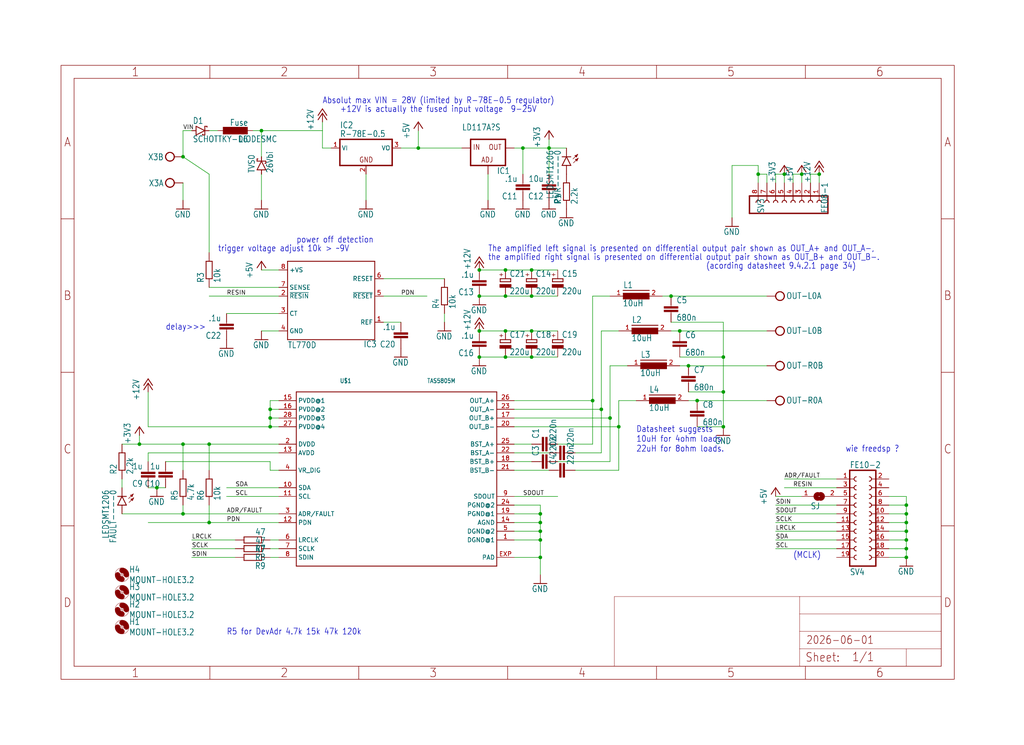
<source format=kicad_sch>
(kicad_sch (version 20231120) (generator "eeschema") (generator_version "8.0")
  (paper "User" 298.45 217.322)
  (junction (at 210.82 104.14))
  (junction (at 78.74 121.92))
  (junction (at 154.94 96.52))
  (junction (at 264.16 154.94))
  (junction (at 264.16 149.86))
  (junction (at 139.7 86.36))
  (junction (at 147.32 86.36))
  (junction (at 76.2 38.1))
  (junction (at 233.68 50.8))
  (junction (at 154.94 104.14))
  (junction (at 264.16 157.48))
  (junction (at 198.12 96.52))
  (junction (at 78.74 119.38))
  (junction (at 139.7 104.14))
  (junction (at 53.34 149.86))
  (junction (at 147.32 78.74))
  (junction (at 177.8 121.92))
  (junction (at 60.96 152.4))
  (junction (at 264.16 152.4))
  (junction (at 172.72 116.84))
  (junction (at 264.16 147.32))
  (junction (at 238.76 50.8))
  (junction (at 53.34 129.54))
  (junction (at 60.96 129.54))
  (junction (at 157.48 149.86))
  (junction (at 154.94 78.74))
  (junction (at 160.02 43.18))
  (junction (at 157.48 162.56))
  (junction (at 203.2 116.84))
  (junction (at 154.94 86.36))
  (junction (at 157.48 152.4))
  (junction (at 152.4 43.18))
  (junction (at 220.98 50.8))
  (junction (at 139.7 78.74))
  (junction (at 157.48 157.48))
  (junction (at 210.82 124.46))
  (junction (at 175.26 119.38))
  (junction (at 200.66 106.68))
  (junction (at 264.16 160.02))
  (junction (at 40.64 129.54))
  (junction (at 147.32 96.52))
  (junction (at 264.16 162.56))
  (junction (at 228.6 50.8))
  (junction (at 157.48 154.94))
  (junction (at 45.72 142.24))
  (junction (at 180.34 124.46))
  (junction (at 147.32 104.14))
  (junction (at 139.7 96.52))
  (junction (at 210.82 114.3))
  (junction (at 53.34 45.72))
  (junction (at 121.92 43.18))
  (junction (at 78.74 124.46))
  (junction (at 195.58 86.36))
  (wire (pts (xy 106.68 50.8) (xy 106.68 58.42)) (stroke (width 0.1524)))
  (wire (pts (xy 243.84 154.94) (xy 226.06 154.94)) (stroke (width 0.1524)))
  (wire (pts (xy 78.74 121.92) (xy 78.74 124.46)) (stroke (width 0.1524)))
  (wire (pts (xy 78.74 119.38) (xy 78.74 121.92)) (stroke (width 0.1524)))
  (wire (pts (xy 157.48 162.56) (xy 149.86 162.56)) (stroke (width 0.1524)))
  (wire (pts (xy 78.74 134.62) (xy 78.74 137.16)) (stroke (width 0.1524)))
  (wire (pts (xy 175.26 119.38) (xy 175.26 132.08)) (stroke (width 0.1524)))
  (wire (pts (xy 116.84 43.18) (xy 121.92 43.18)) (stroke (width 0.1524)))
  (wire (pts (xy 243.84 139.7) (xy 228.6 139.7)) (stroke (width 0.1524)))
  (wire (pts (xy 73.66 38.1) (xy 76.2 38.1)) (stroke (width 0.1524)))
  (wire (pts (xy 157.48 162.56) (xy 157.48 157.48)) (stroke (width 0.1524)))
  (wire (pts (xy 177.8 121.92) (xy 177.8 134.62)) (stroke (width 0.1524)))
  (wire (pts (xy 236.22 53.34) (xy 236.22 50.8)) (stroke (width 0.1524)))
  (wire (pts (xy 53.34 137.16) (xy 53.34 129.54)) (stroke (width 0.1524)))
  (wire (pts (xy 53.34 129.54) (xy 60.96 129.54)) (stroke (width 0.1524)))
  (wire (pts (xy 157.48 154.94) (xy 149.86 154.94)) (stroke (width 0.1524)))
  (wire (pts (xy 43.18 114.3) (xy 43.18 124.46)) (stroke (width 0.1524)))
  (wire (pts (xy 180.34 137.16) (xy 167.64 137.16)) (stroke (width 0.1524)))
  (wire (pts (xy 149.86 137.16) (xy 160.02 137.16)) (stroke (width 0.1524)))
  (wire (pts (xy 60.96 73.66) (xy 60.96 50.8)) (stroke (width 0.1524)))
  (wire (pts (xy 78.74 137.16) (xy 81.28 137.16)) (stroke (width 0.1524)))
  (wire (pts (xy 129.54 93.98) (xy 129.54 91.44)) (stroke (width 0.1524)))
  (wire (pts (xy 76.2 38.1) (xy 93.98 38.1)) (stroke (width 0.1524)))
  (wire (pts (xy 53.34 149.86) (xy 35.56 149.86)) (stroke (width 0.1524)))
  (wire (pts (xy 76.2 58.42) (xy 76.2 50.8)) (stroke (width 0.1524)))
  (wire (pts (xy 81.28 152.4) (xy 60.96 152.4)) (stroke (width 0.1524)))
  (wire (pts (xy 157.48 149.86) (xy 157.48 147.32)) (stroke (width 0.1524)))
  (wire (pts (xy 78.74 160.02) (xy 81.28 160.02)) (stroke (width 0.1524)))
  (wire (pts (xy 233.68 50.8) (xy 233.68 53.34)) (stroke (width 0.1524)))
  (wire (pts (xy 76.2 78.74) (xy 81.28 78.74)) (stroke (width 0.1524)))
  (wire (pts (xy 142.24 58.42) (xy 142.24 50.8)) (stroke (width 0.1524)))
  (wire (pts (xy 180.34 116.84) (xy 185.42 116.84)) (stroke (width 0.1524)))
  (wire (pts (xy 264.16 154.94) (xy 264.16 152.4)) (stroke (width 0.1524)))
  (wire (pts (xy 40.64 127) (xy 40.64 129.54)) (stroke (width 0.1524)))
  (wire (pts (xy 60.96 152.4) (xy 43.18 152.4)) (stroke (width 0.1524)))
  (wire (pts (xy 157.48 152.4) (xy 149.86 152.4)) (stroke (width 0.1524)))
  (wire (pts (xy 139.7 78.74) (xy 147.32 78.74)) (stroke (width 0.1524)))
  (wire (pts (xy 210.82 104.14) (xy 210.82 93.98)) (stroke (width 0.1524)))
  (wire (pts (xy 78.74 157.48) (xy 81.28 157.48)) (stroke (width 0.1524)))
  (wire (pts (xy 165.1 43.18) (xy 160.02 43.18)) (stroke (width 0.1524)))
  (wire (pts (xy 149.86 43.18) (xy 152.4 43.18)) (stroke (width 0.1524)))
  (wire (pts (xy 243.84 142.24) (xy 228.6 142.24)) (stroke (width 0.1524)))
  (wire (pts (xy 149.86 119.38) (xy 175.26 119.38)) (stroke (width 0.1524)))
  (wire (pts (xy 43.18 134.62) (xy 43.18 132.08)) (stroke (width 0.1524)))
  (wire (pts (xy 76.2 96.52) (xy 81.28 96.52)) (stroke (width 0.1524)))
  (wire (pts (xy 172.72 129.54) (xy 162.56 129.54)) (stroke (width 0.1524)))
  (wire (pts (xy 231.14 50.8) (xy 233.68 50.8)) (stroke (width 0.1524)))
  (wire (pts (xy 154.94 78.74) (xy 162.56 78.74)) (stroke (width 0.1524)))
  (wire (pts (xy 149.86 124.46) (xy 180.34 124.46)) (stroke (width 0.1524)))
  (wire (pts (xy 210.82 124.46) (xy 203.2 124.46)) (stroke (width 0.1524)))
  (wire (pts (xy 66.04 91.44) (xy 81.28 91.44)) (stroke (width 0.1524)))
  (wire (pts (xy 220.98 48.26) (xy 220.98 50.8)) (stroke (width 0.1524)))
  (wire (pts (xy 63.5 38.1) (xy 60.96 38.1)) (stroke (width 0.1524)))
  (wire (pts (xy 157.48 157.48) (xy 149.86 157.48)) (stroke (width 0.1524)))
  (wire (pts (xy 139.7 86.36) (xy 147.32 86.36)) (stroke (width 0.1524)))
  (wire (pts (xy 81.28 142.24) (xy 66.04 142.24)) (stroke (width 0.1524)))
  (wire (pts (xy 60.96 152.4) (xy 60.96 147.32)) (stroke (width 0.1524)))
  (wire (pts (xy 152.4 50.8) (xy 152.4 43.18)) (stroke (width 0.1524)))
  (wire (pts (xy 264.16 147.32) (xy 264.16 144.78)) (stroke (width 0.1524)))
  (wire (pts (xy 177.8 134.62) (xy 162.56 134.62)) (stroke (width 0.1524)))
  (wire (pts (xy 177.8 121.92) (xy 177.8 106.68)) (stroke (width 0.1524)))
  (wire (pts (xy 180.34 124.46) (xy 180.34 116.84)) (stroke (width 0.1524)))
  (wire (pts (xy 210.82 104.14) (xy 198.12 104.14)) (stroke (width 0.1524)))
  (wire (pts (xy 78.74 116.84) (xy 78.74 119.38)) (stroke (width 0.1524)))
  (wire (pts (xy 157.48 154.94) (xy 157.48 152.4)) (stroke (width 0.1524)))
  (wire (pts (xy 116.84 93.98) (xy 111.76 93.98)) (stroke (width 0.1524)))
  (wire (pts (xy 210.82 93.98) (xy 195.58 93.98)) (stroke (width 0.1524)))
  (wire (pts (xy 154.94 96.52) (xy 162.56 96.52)) (stroke (width 0.1524)))
  (wire (pts (xy 78.74 162.56) (xy 81.28 162.56)) (stroke (width 0.1524)))
  (wire (pts (xy 76.2 38.1) (xy 76.2 45.72)) (stroke (width 0.1524)))
  (wire (pts (xy 60.96 137.16) (xy 60.96 129.54)) (stroke (width 0.1524)))
  (wire (pts (xy 149.86 121.92) (xy 177.8 121.92)) (stroke (width 0.1524)))
  (wire (pts (xy 53.34 45.72) (xy 53.34 38.1)) (stroke (width 0.1524)))
  (wire (pts (xy 147.32 104.14) (xy 154.94 104.14)) (stroke (width 0.1524)))
  (wire (pts (xy 81.28 119.38) (xy 78.74 119.38)) (stroke (width 0.1524)))
  (wire (pts (xy 243.84 147.32) (xy 226.06 147.32)) (stroke (width 0.1524)))
  (wire (pts (xy 264.16 160.02) (xy 264.16 157.48)) (stroke (width 0.1524)))
  (wire (pts (xy 236.22 50.8) (xy 238.76 50.8)) (stroke (width 0.1524)))
  (wire (pts (xy 264.16 152.4) (xy 259.08 152.4)) (stroke (width 0.1524)))
  (wire (pts (xy 175.26 132.08) (xy 167.64 132.08)) (stroke (width 0.1524)))
  (wire (pts (xy 213.36 48.26) (xy 220.98 48.26)) (stroke (width 0.1524)))
  (wire (pts (xy 200.66 106.68) (xy 198.12 106.68)) (stroke (width 0.1524)))
  (wire (pts (xy 198.12 96.52) (xy 195.58 96.52)) (stroke (width 0.1524)))
  (wire (pts (xy 68.58 157.48) (xy 55.88 157.48)) (stroke (width 0.1524)))
  (wire (pts (xy 177.8 106.68) (xy 182.88 106.68)) (stroke (width 0.1524)))
  (wire (pts (xy 259.08 162.56) (xy 264.16 162.56)) (stroke (width 0.1524)))
  (wire (pts (xy 180.34 124.46) (xy 180.34 137.16)) (stroke (width 0.1524)))
  (wire (pts (xy 43.18 142.24) (xy 45.72 142.24)) (stroke (width 0.1524)))
  (wire (pts (xy 157.48 152.4) (xy 157.48 149.86)) (stroke (width 0.1524)))
  (wire (pts (xy 81.28 116.84) (xy 78.74 116.84)) (stroke (width 0.1524)))
  (wire (pts (xy 210.82 114.3) (xy 210.82 104.14)) (stroke (width 0.1524)))
  (wire (pts (xy 195.58 86.36) (xy 193.04 86.36)) (stroke (width 0.1524)))
  (wire (pts (xy 154.94 86.36) (xy 162.56 86.36)) (stroke (width 0.1524)))
  (wire (pts (xy 175.26 96.52) (xy 180.34 96.52)) (stroke (width 0.1524)))
  (wire (pts (xy 210.82 114.3) (xy 200.66 114.3)) (stroke (width 0.1524)))
  (wire (pts (xy 264.16 157.48) (xy 264.16 154.94)) (stroke (width 0.1524)))
  (wire (pts (xy 243.84 152.4) (xy 226.06 152.4)) (stroke (width 0.1524)))
  (wire (pts (xy 172.72 116.84) (xy 172.72 86.36)) (stroke (width 0.1524)))
  (wire (pts (xy 43.18 132.08) (xy 81.28 132.08)) (stroke (width 0.1524)))
  (wire (pts (xy 172.72 86.36) (xy 177.8 86.36)) (stroke (width 0.1524)))
  (wire (pts (xy 264.16 144.78) (xy 259.08 144.78)) (stroke (width 0.1524)))
  (wire (pts (xy 60.96 83.82) (xy 81.28 83.82)) (stroke (width 0.1524)))
  (wire (pts (xy 149.86 132.08) (xy 160.02 132.08)) (stroke (width 0.1524)))
  (wire (pts (xy 226.06 50.8) (xy 228.6 50.8)) (stroke (width 0.1524)))
  (wire (pts (xy 149.86 144.78) (xy 162.56 144.78)) (stroke (width 0.1524)))
  (wire (pts (xy 223.52 86.36) (xy 195.58 86.36)) (stroke (width 0.1524)))
  (wire (pts (xy 149.86 116.84) (xy 172.72 116.84)) (stroke (width 0.1524)))
  (wire (pts (xy 231.14 53.34) (xy 231.14 50.8)) (stroke (width 0.1524)))
  (wire (pts (xy 160.02 43.18) (xy 160.02 40.64)) (stroke (width 0.1524)))
  (wire (pts (xy 68.58 160.02) (xy 55.88 160.02)) (stroke (width 0.1524)))
  (wire (pts (xy 147.32 96.52) (xy 154.94 96.52)) (stroke (width 0.1524)))
  (wire (pts (xy 213.36 63.5) (xy 213.36 48.26)) (stroke (width 0.1524)))
  (wire (pts (xy 243.84 149.86) (xy 226.06 149.86)) (stroke (width 0.1524)))
  (wire (pts (xy 48.26 134.62) (xy 78.74 134.62)) (stroke (width 0.1524)))
  (wire (pts (xy 121.92 38.1) (xy 121.92 43.18)) (stroke (width 0.1524)))
  (wire (pts (xy 147.32 86.36) (xy 154.94 86.36)) (stroke (width 0.1524)))
  (wire (pts (xy 93.98 38.1) (xy 93.98 43.18)) (stroke (width 0.1524)))
  (wire (pts (xy 53.34 149.86) (xy 53.34 147.32)) (stroke (width 0.1524)))
  (wire (pts (xy 203.2 116.84) (xy 200.66 116.84)) (stroke (width 0.1524)))
  (wire (pts (xy 228.6 50.8) (xy 228.6 53.34)) (stroke (width 0.1524)))
  (wire (pts (xy 175.26 119.38) (xy 175.26 96.52)) (stroke (width 0.1524)))
  (wire (pts (xy 160.02 50.8) (xy 160.02 43.18)) (stroke (width 0.1524)))
  (wire (pts (xy 55.88 38.1) (xy 53.34 38.1)) (stroke (width 0.1524)))
  (wire (pts (xy 210.82 124.46) (xy 210.82 114.3)) (stroke (width 0.1524)))
  (wire (pts (xy 93.98 43.18) (xy 96.52 43.18)) (stroke (width 0.1524)))
  (wire (pts (xy 223.52 50.8) (xy 223.52 53.34)) (stroke (width 0.1524)))
  (wire (pts (xy 157.48 149.86) (xy 149.86 149.86)) (stroke (width 0.1524)))
  (wire (pts (xy 60.96 129.54) (xy 81.28 129.54)) (stroke (width 0.1524)))
  (wire (pts (xy 203.2 116.84) (xy 223.52 116.84)) (stroke (width 0.1524)))
  (wire (pts (xy 264.16 160.02) (xy 259.08 160.02)) (stroke (width 0.1524)))
  (wire (pts (xy 147.32 78.74) (xy 154.94 78.74)) (stroke (width 0.1524)))
  (wire (pts (xy 68.58 162.56) (xy 55.88 162.56)) (stroke (width 0.1524)))
  (wire (pts (xy 264.16 149.86) (xy 264.16 147.32)) (stroke (width 0.1524)))
  (wire (pts (xy 43.18 124.46) (xy 78.74 124.46)) (stroke (width 0.1524)))
  (wire (pts (xy 81.28 144.78) (xy 66.04 144.78)) (stroke (width 0.1524)))
  (wire (pts (xy 154.94 104.14) (xy 162.56 104.14)) (stroke (width 0.1524)))
  (wire (pts (xy 226.06 144.78) (xy 233.68 144.78)) (stroke (width 0.1524)))
  (wire (pts (xy 111.76 81.28) (xy 129.54 81.28)) (stroke (width 0.1524)))
  (wire (pts (xy 81.28 121.92) (xy 78.74 121.92)) (stroke (width 0.1524)))
  (wire (pts (xy 220.98 53.34) (xy 220.98 50.8)) (stroke (width 0.1524)))
  (wire (pts (xy 93.98 38.1) (xy 93.98 35.56)) (stroke (width 0.1524)))
  (wire (pts (xy 53.34 53.34) (xy 53.34 58.42)) (stroke (width 0.1524)))
  (wire (pts (xy 223.52 96.52) (xy 198.12 96.52)) (stroke (width 0.1524)))
  (wire (pts (xy 81.28 86.36) (xy 60.96 86.36)) (stroke (width 0.1524)))
  (wire (pts (xy 226.06 53.34) (xy 226.06 50.8)) (stroke (width 0.1524)))
  (wire (pts (xy 172.72 116.84) (xy 172.72 129.54)) (stroke (width 0.1524)))
  (wire (pts (xy 139.7 96.52) (xy 147.32 96.52)) (stroke (width 0.1524)))
  (wire (pts (xy 264.16 147.32) (xy 259.08 147.32)) (stroke (width 0.1524)))
  (wire (pts (xy 220.98 50.8) (xy 223.52 50.8)) (stroke (width 0.1524)))
  (wire (pts (xy 157.48 147.32) (xy 149.86 147.32)) (stroke (width 0.1524)))
  (wire (pts (xy 264.16 162.56) (xy 264.16 160.02)) (stroke (width 0.1524)))
  (wire (pts (xy 149.86 134.62) (xy 154.94 134.62)) (stroke (width 0.1524)))
  (wire (pts (xy 121.92 43.18) (xy 134.62 43.18)) (stroke (width 0.1524)))
  (wire (pts (xy 264.16 149.86) (xy 259.08 149.86)) (stroke (width 0.1524)))
  (wire (pts (xy 60.96 50.8) (xy 53.34 45.72)) (stroke (width 0.1524)))
  (wire (pts (xy 157.48 157.48) (xy 157.48 154.94)) (stroke (width 0.1524)))
  (wire (pts (xy 264.16 152.4) (xy 264.16 149.86)) (stroke (width 0.1524)))
  (wire (pts (xy 40.64 129.54) (xy 53.34 129.54)) (stroke (width 0.1524)))
  (wire (pts (xy 139.7 104.14) (xy 147.32 104.14)) (stroke (width 0.1524)))
  (wire (pts (xy 264.16 157.48) (xy 259.08 157.48)) (stroke (width 0.1524)))
  (wire (pts (xy 81.28 149.86) (xy 53.34 149.86)) (stroke (width 0.1524)))
  (wire (pts (xy 243.84 157.48) (xy 226.06 157.48)) (stroke (width 0.1524)))
  (wire (pts (xy 264.16 154.94) (xy 259.08 154.94)) (stroke (width 0.1524)))
  (wire (pts (xy 200.66 106.68) (xy 223.52 106.68)) (stroke (width 0.1524)))
  (wire (pts (xy 111.76 86.36) (xy 124.46 86.36)) (stroke (width 0.1524)))
  (wire (pts (xy 157.48 167.64) (xy 157.48 162.56)) (stroke (width 0.1524)))
  (wire (pts (xy 152.4 43.18) (xy 160.02 43.18)) (stroke (width 0.1524)))
  (wire (pts (xy 238.76 50.8) (xy 238.76 53.34)) (stroke (width 0.1524)))
  (wire (pts (xy 243.84 160.02) (xy 226.06 160.02)) (stroke (width 0.1524)))
  (wire (pts (xy 45.72 142.24) (xy 48.26 142.24)) (stroke (width 0.1524)))
  (wire (pts (xy 35.56 139.7) (xy 35.56 142.24)) (stroke (width 0.1524)))
  (wire (pts (xy 78.74 124.46) (xy 81.28 124.46)) (stroke (width 0.1524)))
  (wire (pts (xy 40.64 129.54) (xy 35.56 129.54)) (stroke (width 0.1524)))
  (wire (pts (xy 149.86 129.54) (xy 154.94 129.54)) (stroke (width 0.1524)))
  (text "wie freedsp ?" (at 246.38 132.08 0) (effects (font (size 1.778 1.5113)) (justify left bottom)))
  (text "the amplified right signal is presented on differential output pair shown as OUT_B+ and OUT_B-." (at 142.24 76.2 0) (effects (font (size 1.778 1.5113)) (justify left bottom)))
  (text "+12V is actually the fused input voltage ~{} 9-25V" (at 99.06 33.02 0) (effects (font (size 1.778 1.5113)) (justify left bottom)))
  (text "power off detection" (at 86.36 71.12 0) (effects (font (size 1.778 1.5113)) (justify left bottom)))
  (text "trigger voltage adjust 10k > ~9V" (at 63.5 73.66 0) (effects (font (size 1.778 1.5113)) (justify left bottom)))
  (text "(MCLK)" (at 231.14 163.068 0) (effects (font (size 1.778 1.5113)) (justify left bottom)))
  (text "(acording datasheet 9.4.2.1 page 34)" (at 205.74 78.74 0) (effects (font (size 1.778 1.5113)) (justify left bottom)))
  (text "R5 for DevAdr 4.7k 15k 47k 120k" (at 66.04 185.42 0) (effects (font (size 1.778 1.5113)) (justify left bottom)))
  (text "The amplified left signal is presented on differential output pair shown as OUT_A+ and OUT_A-," (at 142.24 73.66 0) (effects (font (size 1.778 1.5113)) (justify left bottom)))
  (text "delay>>>" (at 48.26 96.52 0) (effects (font (size 1.778 1.5113)) (justify left bottom)))
  (text "Datasheet suggests\n10uH for 4ohm loads\n22uH for 8ohm loads." (at 185.42 132.08 0) (effects (font (size 1.778 1.5113)) (justify left bottom)))
  (text "Absolut max VIN = 28V (limited by R-78E-0.5 regulator)" (at 93.98 30.48 0) (effects (font (size 1.778 1.5113)) (justify left bottom)))
  (label "SCLK" (at 55.88 160.02 0) (effects (font (size 1.2446 1.2446))))
  (label "ADR/FAULT" (at 228.6 139.7 0) (effects (font (size 1.2446 1.2446))))
  (label "LRCLK" (at 226.06 154.94 0) (effects (font (size 1.2446 1.2446))))
  (label "SDIN" (at 226.06 147.32 0) (effects (font (size 1.2446 1.2446))))
  (label "SDA" (at 226.06 157.48 0) (effects (font (size 1.2446 1.2446))))
  (label "SDOUT" (at 226.06 149.86 0) (effects (font (size 1.2446 1.2446))))
  (label "RESIN" (at 231.14 142.24 0) (effects (font (size 1.2446 1.2446))))
  (label "SDA" (at 68.58 142.24 0) (effects (font (size 1.2446 1.2446))))
  (label "LRCLK" (at 55.88 157.48 0) (effects (font (size 1.2446 1.2446))))
  (label "SDOUT" (at 152.4 144.78 0) (effects (font (size 1.2446 1.2446))))
  (label "SCLK" (at 226.06 152.4 0) (effects (font (size 1.2446 1.2446))))
  (label "PDN" (at 116.84 86.36 0) (effects (font (size 1.2446 1.2446))))
  (label "ADR/FAULT" (at 66.04 149.86 0) (effects (font (size 1.2446 1.2446))))
  (label "SDIN" (at 55.88 162.56 0) (effects (font (size 1.2446 1.2446))))
  (label "SCL" (at 68.58 144.78 0) (effects (font (size 1.2446 1.2446))))
  (label "PDN" (at 66.04 152.4 0) (effects (font (size 1.2446 1.2446))))
  (label "VIN" (at 53.34 38.1 0) (effects (font (size 1.2446 1.2446))))
  (label "SCL" (at 226.06 160.02 0) (effects (font (size 1.2446 1.2446))))
  (label "RESIN" (at 66.04 86.36 0) (effects (font (size 1.2446 1.2446))))
  (symbol (lib_id "AMP2-eagle-import:+5V") (at 233.68 48.26 0) (unit 1)
    (property "Reference" "#P+6" (effects (hide yes)))
    (property "Value" "+5V" (at 231.14 53.34 90) (effects (font (size 1.778 1.5113)) (justify left bottom)))
  )
  (symbol (lib_id "AMP2-eagle-import:C-EUC0603") (at 139.7 101.6 180) (unit 1)
    (property "Reference" "C16" (at 138.176 101.981 0) (effects (font (size 1.778 1.5113)) (justify left bottom)))
    (property "Value" ".1u" (at 138.176 96.901 0) (effects (font (size 1.778 1.5113)) (justify left bottom)))
    (property "Footprint" "AMP2:C0603" (effects (hide yes)))
    (property "MOUSER" "80-C1206C104K5R7210 " (effects (hide yes)))
  )
  (symbol (lib_id "AMP2-eagle-import:DR125") (at 185.42 86.36 0) (unit 1)
    (property "Reference" "L1" (at 181.61 84.074 0) (effects (font (size 1.778 1.5113)) (justify left bottom)))
    (property "Value" "10uH" (at 181.483 89.408 0) (effects (font (size 1.778 1.5113)) (justify left bottom)))
    (property "Footprint" "AMP2:DR125" (effects (hide yes)))
    (property "MOUSER" " 652-SRU1048-220Y 652-SRU1063A-220Y 652-SRR1260-220M" (effects (hide yes)))
  )
  (symbol (lib_id "AMP2-eagle-import:SCHOTTKY-DIODESMC") (at 76.2 48.26 90) (unit 1)
    (property "Reference" "TVS0" (at 74.295 50.546 0) (effects (font (size 1.778 1.5113)) (justify left bottom)))
    (property "Value" "26Vbi" (at 79.629 50.546 0) (effects (font (size 1.778 1.5113)) (justify left bottom)))
    (property "Footprint" "AMP2:SMC" (effects (hide yes)))
    (property "MOUSER" "710-824551241" (effects (hide yes)))
  )
  (symbol (lib_id "AMP2-eagle-import:C-EUC1206") (at 157.48 129.54 90) (unit 1)
    (property "Reference" "C1" (at 157.099 128.016 0) (effects (font (size 1.778 1.5113)) (justify left bottom)))
    (property "Value" "220n" (at 162.179 128.016 0) (effects (font (size 1.778 1.5113)) (justify left bottom)))
    (property "Footprint" "AMP2:C1206" (effects (hide yes)))
    (property "MOUSER" "80-C1206C224K5R7210 " (effects (hide yes)))
  )
  (symbol (lib_id "AMP2-eagle-import:+12V") (at 238.76 48.26 0) (unit 1)
    (property "Reference" "#P+7" (effects (hide yes)))
    (property "Value" "+12V" (at 236.22 53.34 90) (effects (font (size 1.778 1.5113)) (justify left bottom)))
  )
  (symbol (lib_id "AMP2-eagle-import:R-EU_R0603") (at 165.1 55.88 90) (unit 1)
    (property "Reference" "R1" (at 163.6014 59.69 0) (effects (font (size 1.778 1.5113)) (justify left bottom)))
    (property "Value" "2.2k" (at 168.402 59.69 0) (effects (font (size 1.778 1.5113)) (justify left bottom)))
    (property "Footprint" "AMP2:R0603" (effects (hide yes)))
    (property "MOUSER" "667-ERJ-3GEYJ222V " (effects (hide yes)))
  )
  (symbol (lib_id "AMP2-eagle-import:C-EUC0603") (at 48.26 139.7 180) (unit 1)
    (property "Reference" "C10" (at 46.736 140.081 0) (effects (font (size 1.778 1.5113)) (justify left bottom)))
    (property "Value" "1u" (at 46.736 135.001 0) (effects (font (size 1.778 1.5113)) (justify left bottom)))
    (property "Footprint" "AMP2:C0603" (effects (hide yes)))
    (property "MOUSER" "81-GRT188R61H105KE3D " (effects (hide yes)))
  )
  (symbol (lib_id "AMP2-eagle-import:MOUNT-HOLE3.2") (at 35.56 172.72 0) (unit 1)
    (property "Reference" "H3" (at 37.592 172.1358 0) (effects (font (size 1.778 1.5113)) (justify left bottom)))
    (property "Value" "MOUNT-HOLE3.2" (at 37.592 175.1838 0) (effects (font (size 1.778 1.5113)) (justify left bottom)))
    (property "Footprint" "AMP2:3,2" (effects (hide yes)))
  )
  (symbol (lib_id "AMP2-eagle-import:R-EU_R0603") (at 73.66 157.48 180) (unit 1)
    (property "Reference" "R7" (at 77.47 158.9786 0) (effects (font (size 1.778 1.5113)) (justify left bottom)))
    (property "Value" "47" (at 77.47 154.178 0) (effects (font (size 1.778 1.5113)) (justify left bottom)))
    (property "Footprint" "AMP2:R0603" (effects (hide yes)))
    (property "MOUSER" "667-ERJ-3EKF1002V " (effects (hide yes)))
  )
  (symbol (lib_id "AMP2-eagle-import:R-EU_R0603") (at 53.34 142.24 90) (unit 1)
    (property "Reference" "R5" (at 51.8414 146.05 0) (effects (font (size 1.778 1.5113)) (justify left bottom)))
    (property "Value" "4.7k" (at 56.642 146.05 0) (effects (font (size 1.778 1.5113)) (justify left bottom)))
    (property "Footprint" "AMP2:R0603" (effects (hide yes)))
    (property "MOUSER" "667-ERJ-U03J472V " (effects (hide yes)))
  )
  (symbol (lib_id "AMP2-eagle-import:CPOL-EU150CLZ-1010") (at 147.32 99.06 0) (unit 1)
    (property "Reference" "C17" (at 148.463 98.5774 0) (effects (font (size 1.778 1.5113)) (justify left bottom)))
    (property "Value" "220u" (at 148.463 103.6574 0) (effects (font (size 1.778 1.5113)) (justify left bottom)))
    (property "Footprint" "AMP2:150CLZ-1010" (effects (hide yes)))
    (property "MOUSER" "667-EEE-FC1V331AP 667-35SVPK330M " (effects (hide yes)))
    (property "REICHELT" "HC-V 220U 35" (effects (hide yes)))
  )
  (symbol (lib_id "AMP2-eagle-import:+3V3") (at 40.64 124.46 0) (unit 1)
    (property "Reference" "#+3V1" (effects (hide yes)))
    (property "Value" "+3V3" (at 38.1 129.54 90) (effects (font (size 1.778 1.5113)) (justify left bottom)))
  )
  (symbol (lib_id "AMP2-eagle-import:GND") (at 139.7 106.68 0) (unit 1)
    (property "Reference" "#GND10" (effects (hide yes)))
    (property "Value" "GND" (at 137.16 109.22 0) (effects (font (size 1.778 1.5113)) (justify left bottom)))
  )
  (symbol (lib_id "AMP2-eagle-import:R-EU_R0603") (at 129.54 86.36 90) (unit 1)
    (property "Reference" "R4" (at 128.0414 90.17 0) (effects (font (size 1.778 1.5113)) (justify left bottom)))
    (property "Value" "10k" (at 132.842 90.17 0) (effects (font (size 1.778 1.5113)) (justify left bottom)))
    (property "Footprint" "AMP2:R0603" (effects (hide yes)))
    (property "MOUSER" "667-ERJ-3EKF1002V " (effects (hide yes)))
  )
  (symbol (lib_id "AMP2-eagle-import:C-EUC0603") (at 66.04 96.52 180) (unit 1)
    (property "Reference" "C22" (at 64.516 96.901 0) (effects (font (size 1.778 1.5113)) (justify left bottom)))
    (property "Value" ".1u" (at 64.516 91.821 0) (effects (font (size 1.778 1.5113)) (justify left bottom)))
    (property "Footprint" "AMP2:C0603" (effects (hide yes)))
    (property "MOUSER" "80-C1206C104K5R7210 " (effects (hide yes)))
  )
  (symbol (lib_id "AMP2-eagle-import:LEDSMT1206") (at 35.56 147.32 180) (unit 1)
    (property "Reference" "FAULT----0" (at 32.004 142.748 90) (effects (font (size 1.778 1.5113)) (justify left bottom)))
    (property "Value" "LEDSMT1206" (at 29.845 142.748 90) (effects (font (size 1.778 1.5113)) (justify left bottom)))
    (property "Footprint" "AMP2:1206" (effects (hide yes)))
    (property "MOUSER" "645-599-0220-007F" (effects (hide yes)))
  )
  (symbol (lib_id "AMP2-eagle-import:GND") (at 160.02 60.96 0) (unit 1)
    (property "Reference" "#GND8" (effects (hide yes)))
    (property "Value" "GND" (at 157.48 63.5 0) (effects (font (size 1.778 1.5113)) (justify left bottom)))
  )
  (symbol (lib_id "AMP2-eagle-import:FE08-1") (at 231.14 60.96 90) (unit 1)
    (property "Reference" "SV3" (at 222.758 62.23 0) (effects (font (size 1.778 1.5113)) (justify left bottom)))
    (property "Value" "FE08-1" (at 241.3 62.23 0) (effects (font (size 1.778 1.5113)) (justify left bottom)))
    (property "Footprint" "AMP2:FE08" (effects (hide yes)))
  )
  (symbol (lib_id "AMP2-eagle-import:GND") (at 139.7 88.9 0) (unit 1)
    (property "Reference" "#GND9" (effects (hide yes)))
    (property "Value" "GND" (at 137.16 91.44 0) (effects (font (size 1.778 1.5113)) (justify left bottom)))
  )
  (symbol (lib_id "AMP2-eagle-import:C-EUC0603") (at 116.84 99.06 180) (unit 1)
    (property "Reference" "C20" (at 115.316 99.441 0) (effects (font (size 1.778 1.5113)) (justify left bottom)))
    (property "Value" ".1u" (at 115.316 94.361 0) (effects (font (size 1.778 1.5113)) (justify left bottom)))
    (property "Footprint" "AMP2:C0603" (effects (hide yes)))
    (property "MOUSER" "80-C1206C104K5R7210 " (effects (hide yes)))
  )
  (symbol (lib_id "AMP2-eagle-import:GND") (at 76.2 60.96 0) (unit 1)
    (property "Reference" "#GND2" (effects (hide yes)))
    (property "Value" "GND" (at 73.66 63.5 0) (effects (font (size 1.778 1.5113)) (justify left bottom)))
  )
  (symbol (lib_id "AMP2-eagle-import:LEDSMT1206") (at 165.1 48.26 180) (unit 1)
    (property "Reference" "PWR-----0" (at 161.544 43.688 90) (effects (font (size 1.778 1.5113)) (justify left bottom)))
    (property "Value" "LEDSMT1206" (at 159.385 43.688 90) (effects (font (size 1.778 1.5113)) (justify left bottom)))
    (property "Footprint" "AMP2:1206" (effects (hide yes)))
    (property "MOUSER" "645-599-0220-007F" (effects (hide yes)))
  )
  (symbol (lib_id "AMP2-eagle-import:CPOL-EU150CLZ-1010") (at 154.94 81.28 0) (unit 1)
    (property "Reference" "C14" (at 156.083 80.7974 0) (effects (font (size 1.778 1.5113)) (justify left bottom)))
    (property "Value" "220u" (at 156.083 85.8774 0) (effects (font (size 1.778 1.5113)) (justify left bottom)))
    (property "Footprint" "AMP2:150CLZ-1010" (effects (hide yes)))
    (property "MOUSER" "667-EEE-FC1V331AP 667-35SVPK330M " (effects (hide yes)))
    (property "REICHELT" "HC-V 220U 35" (effects (hide yes)))
  )
  (symbol (lib_id "AMP2-eagle-import:MOUNT-HOLE3.2") (at 35.56 177.8 0) (unit 1)
    (property "Reference" "H2" (at 37.592 177.2158 0) (effects (font (size 1.778 1.5113)) (justify left bottom)))
    (property "Value" "MOUNT-HOLE3.2" (at 37.592 180.2638 0) (effects (font (size 1.778 1.5113)) (justify left bottom)))
    (property "Footprint" "AMP2:3,2" (effects (hide yes)))
  )
  (symbol (lib_id "AMP2-eagle-import:GND") (at 129.54 96.52 0) (unit 1)
    (property "Reference" "#GND16" (effects (hide yes)))
    (property "Value" "GND" (at 127 99.06 0) (effects (font (size 1.778 1.5113)) (justify left bottom)))
  )
  (symbol (lib_id "AMP2-eagle-import:FE10-2") (at 251.46 149.86 0) (mirror x) (unit 1)
    (property "Reference" "SV4" (at 247.65 165.862 0) (effects (font (size 1.778 1.5113)) (justify left bottom)))
    (property "Value" "FE10-2" (at 247.65 134.62 0) (effects (font (size 1.778 1.5113)) (justify left bottom)))
    (property "Footprint" "AMP2:FE10-2" (effects (hide yes)))
  )
  (symbol (lib_id "AMP2-eagle-import:GND") (at 264.16 165.1 0) (unit 1)
    (property "Reference" "#GND11" (effects (hide yes)))
    (property "Value" "GND" (at 261.62 167.64 0) (effects (font (size 1.778 1.5113)) (justify left bottom)))
  )
  (symbol (lib_id "AMP2-eagle-import:R-EU_R0603") (at 35.56 134.62 90) (unit 1)
    (property "Reference" "R2" (at 34.0614 138.43 0) (effects (font (size 1.778 1.5113)) (justify left bottom)))
    (property "Value" "2.2k" (at 38.862 138.43 0) (effects (font (size 1.778 1.5113)) (justify left bottom)))
    (property "Footprint" "AMP2:R0603" (effects (hide yes)))
    (property "MOUSER" "667-ERJ-3GEYJ222V " (effects (hide yes)))
  )
  (symbol (lib_id "AMP2-eagle-import:CPOL-EU150CLZ-1010") (at 162.56 99.06 0) (unit 1)
    (property "Reference" "C19" (at 163.703 98.5774 0) (effects (font (size 1.778 1.5113)) (justify left bottom)))
    (property "Value" "220u" (at 163.703 103.6574 0) (effects (font (size 1.778 1.5113)) (justify left bottom)))
    (property "Footprint" "AMP2:150CLZ-1010" (effects (hide yes)))
    (property "MOUSER" "667-EEE-FC1V331AP 667-35SVPK330M " (effects (hide yes)))
    (property "REICHELT" "HC-V 220U 35" (effects (hide yes)))
  )
  (symbol (lib_id "AMP2-eagle-import:GND") (at 76.2 99.06 0) (unit 1)
    (property "Reference" "#GND15" (effects (hide yes)))
    (property "Value" "GND" (at 73.66 101.6 0) (effects (font (size 1.778 1.5113)) (justify left bottom)))
  )
  (symbol (lib_id "AMP2-eagle-import:+12V") (at 139.7 93.98 0) (unit 1)
    (property "Reference" "#P+4" (effects (hide yes)))
    (property "Value" "+12V" (at 137.16 96.52 90) (effects (font (size 1.778 1.5113)) (justify left bottom)))
  )
  (symbol (lib_id "AMP2-eagle-import:MKDSN1,5/2-5,08") (at 226.06 86.36 0) (unit 1)
    (property "Reference" "OUT-L0" (at 229.108 87.249 0) (effects (font (size 1.778 1.5113)) (justify left bottom)))
    (property "Value" "MKDSN1,5/2-5,08" (effects (hide yes)))
    (property "Footprint" "AMP2:MKDSN1,5_2-5,08" (effects (hide yes)))
  )
  (symbol (lib_id "AMP2-eagle-import:LD117A?S") (at 142.24 43.18 0) (unit 1)
    (property "Reference" "IC1" (at 144.78 50.8 0) (effects (font (size 1.778 1.5113)) (justify left bottom)))
    (property "Value" "LD117A?S" (at 134.62 38.1 0) (effects (font (size 1.778 1.5113)) (justify left bottom)))
    (property "Footprint" "AMP2:SOT223" (effects (hide yes)))
    (property "MOUSER" "621-AZ1117CH2-33TRG1 " (effects (hide yes)))
  )
  (symbol (lib_id "AMP2-eagle-import:+5V") (at 226.06 142.24 0) (unit 1)
    (property "Reference" "#P+9" (effects (hide yes)))
    (property "Value" "+5V" (at 223.52 147.32 90) (effects (font (size 1.778 1.5113)) (justify left bottom)))
  )
  (symbol (lib_id "AMP2-eagle-import:C-EUC1206") (at 195.58 88.9 0) (unit 1)
    (property "Reference" "C5" (at 197.104 88.519 0) (effects (font (size 1.778 1.5113)) (justify left bottom)))
    (property "Value" "680n" (at 197.104 93.599 0) (effects (font (size 1.778 1.5113)) (justify left bottom)))
    (property "Footprint" "AMP2:C1206" (effects (hide yes)))
    (property "MOUSER" "810-C3216X7R1H684K " (effects (hide yes)))
  )
  (symbol (lib_id "AMP2-eagle-import:SJ") (at 238.76 144.78 0) (unit 1)
    (property "Reference" "SJ2" (effects (hide yes)))
    (property "Value" "SJ" (at 236.22 148.59 0) (effects (font (size 1.778 1.5113)) (justify left bottom)))
    (property "Footprint" "AMP2:SJ" (effects (hide yes)))
  )
  (symbol (lib_id "AMP2-eagle-import:+5V") (at 121.92 35.56 0) (unit 1)
    (property "Reference" "#P+5" (effects (hide yes)))
    (property "Value" "+5V" (at 119.38 40.64 90) (effects (font (size 1.778 1.5113)) (justify left bottom)))
  )
  (symbol (lib_id "AMP2-eagle-import:CPOL-EU150CLZ-1010") (at 162.56 81.28 0) (unit 1)
    (property "Reference" "C15" (at 163.703 80.7974 0) (effects (font (size 1.778 1.5113)) (justify left bottom)))
    (property "Value" "220u" (at 163.703 85.8774 0) (effects (font (size 1.778 1.5113)) (justify left bottom)))
    (property "Footprint" "AMP2:150CLZ-1010" (effects (hide yes)))
    (property "MOUSER" "667-EEE-FC1V331AP 667-35SVPK330M " (effects (hide yes)))
    (property "REICHELT" "HC-V 220U 35" (effects (hide yes)))
  )
  (symbol (lib_id "AMP2-eagle-import:TAS5805M") (at 114.3 137.16 0) (unit 1)
    (property "Reference" "U$1" (at 99.06 111.76 0) (effects (font (size 1.27 1.0795)) (justify left bottom)))
    (property "Value" "TAS5805M" (at 124.46 111.76 0) (effects (font (size 1.27 1.0795)) (justify left bottom)))
    (property "Footprint" "AMP2:TSSOP28" (effects (hide yes)))
    (property "MOUSER" "595-TAS5805MPWP" (effects (hide yes)))
  )
  (symbol (lib_id "AMP2-eagle-import:+12V") (at 93.98 33.02 0) (unit 1)
    (property "Reference" "#P+2" (effects (hide yes)))
    (property "Value" "+12V" (at 91.44 38.1 90) (effects (font (size 1.778 1.5113)) (justify left bottom)))
  )
  (symbol (lib_id "AMP2-eagle-import:MOUNT-HOLE3.2") (at 35.56 182.88 0) (unit 1)
    (property "Reference" "H1" (at 37.592 182.2958 0) (effects (font (size 1.778 1.5113)) (justify left bottom)))
    (property "Value" "MOUNT-HOLE3.2" (at 37.592 185.3438 0) (effects (font (size 1.778 1.5113)) (justify left bottom)))
    (property "Footprint" "AMP2:3,2" (effects (hide yes)))
  )
  (symbol (lib_id "AMP2-eagle-import:GND") (at 53.34 60.96 0) (unit 1)
    (property "Reference" "#GND5" (effects (hide yes)))
    (property "Value" "GND" (at 50.8 63.5 0) (effects (font (size 1.778 1.5113)) (justify left bottom)))
  )
  (symbol (lib_id "AMP2-eagle-import:MKDSN1,5/2-5,08") (at 226.06 96.52 0) (unit 2)
    (property "Reference" "OUT-L0" (at 229.108 97.409 0) (effects (font (size 1.778 1.5113)) (justify left bottom)))
    (property "Value" "MKDSN1,5/2-5,08" (effects (hide yes)))
    (property "Footprint" "AMP2:MKDSN1,5_2-5,08" (effects (hide yes)))
  )
  (symbol (lib_id "AMP2-eagle-import:GND") (at 142.24 60.96 0) (unit 1)
    (property "Reference" "#GND4" (effects (hide yes)))
    (property "Value" "GND" (at 139.7 63.5 0) (effects (font (size 1.778 1.5113)) (justify left bottom)))
  )
  (symbol (lib_id "AMP2-eagle-import:GND") (at 157.48 170.18 0) (unit 1)
    (property "Reference" "#GND3" (effects (hide yes)))
    (property "Value" "GND" (at 154.94 172.72 0) (effects (font (size 1.778 1.5113)) (justify left bottom)))
  )
  (symbol (lib_id "AMP2-eagle-import:DR125") (at 193.04 116.84 0) (unit 1)
    (property "Reference" "L4" (at 189.23 114.554 0) (effects (font (size 1.778 1.5113)) (justify left bottom)))
    (property "Value" "10uH" (at 189.103 119.888 0) (effects (font (size 1.778 1.5113)) (justify left bottom)))
    (property "Footprint" "AMP2:DR125" (effects (hide yes)))
    (property "MOUSER" " 652-SRU1048-220Y 652-SRU1063A-220Y 652-SRR1260-220M" (effects (hide yes)))
  )
  (symbol (lib_id "AMP2-eagle-import:+12V") (at 139.7 76.2 0) (unit 1)
    (property "Reference" "#P+3" (effects (hide yes)))
    (property "Value" "+12V" (at 137.16 78.74 90) (effects (font (size 1.778 1.5113)) (justify left bottom)))
  )
  (symbol (lib_id "AMP2-eagle-import:C-EUC1206") (at 157.48 134.62 90) (unit 1)
    (property "Reference" "C3" (at 157.099 133.096 0) (effects (font (size 1.778 1.5113)) (justify left bottom)))
    (property "Value" "220n" (at 162.179 133.096 0) (effects (font (size 1.778 1.5113)) (justify left bottom)))
    (property "Footprint" "AMP2:C1206" (effects (hide yes)))
    (property "MOUSER" "80-C1206C224K5R7210 " (effects (hide yes)))
  )
  (symbol (lib_id "AMP2-eagle-import:GND") (at 116.84 104.14 0) (unit 1)
    (property "Reference" "#GND17" (effects (hide yes)))
    (property "Value" "GND" (at 114.3 106.68 0) (effects (font (size 1.778 1.5113)) (justify left bottom)))
  )
  (symbol (lib_id "AMP2-eagle-import:DR125") (at 190.5 106.68 0) (unit 1)
    (property "Reference" "L3" (at 186.69 104.394 0) (effects (font (size 1.778 1.5113)) (justify left bottom)))
    (property "Value" "10uH" (at 186.563 109.728 0) (effects (font (size 1.778 1.5113)) (justify left bottom)))
    (property "Footprint" "AMP2:DR125" (effects (hide yes)))
    (property "MOUSER" " 652-SRU1048-220Y 652-SRU1063A-220Y 652-SRR1260-220M" (effects (hide yes)))
  )
  (symbol (lib_id "AMP2-eagle-import:GND") (at 213.36 66.04 0) (unit 1)
    (property "Reference" "#GND13" (effects (hide yes)))
    (property "Value" "GND" (at 210.82 68.58 0) (effects (font (size 1.778 1.5113)) (justify left bottom)))
  )
  (symbol (lib_id "AMP2-eagle-import:A4L-LOC") (at 17.78 198.12 0) (unit 1)
    (property "Reference" "#FRAME1" (effects (hide yes)))
    (property "Value" "A4L-LOC" (effects (hide yes)))
  )
  (symbol (lib_id "AMP2-eagle-import:+3V3") (at 228.6 48.26 0) (unit 1)
    (property "Reference" "#+3V3" (effects (hide yes)))
    (property "Value" "+3V3" (at 226.06 53.34 90) (effects (font (size 1.778 1.5113)) (justify left bottom)))
  )
  (symbol (lib_id "AMP2-eagle-import:L-EUL5650M") (at 68.58 38.1 90) (unit 1)
    (property "Reference" "L6" (at 72.39 39.5986 90) (effects (font (size 1.778 1.5113)) (justify left bottom)))
    (property "Value" "Fuse" (at 72.39 34.798 90) (effects (font (size 1.778 1.5113)) (justify left bottom)))
    (property "Footprint" "AMP2:L5650M" (effects (hide yes)))
    (property "MOUSER" "650-ASMDC300F/24-2" (effects (hide yes)))
  )
  (symbol (lib_id "AMP2-eagle-import:GND") (at 210.82 127 0) (unit 1)
    (property "Reference" "#GND1" (effects (hide yes)))
    (property "Value" "GND" (at 208.28 129.54 0) (effects (font (size 1.778 1.5113)) (justify left bottom)))
  )
  (symbol (lib_id "AMP2-eagle-import:GND") (at 152.4 60.96 0) (unit 1)
    (property "Reference" "#GND7" (effects (hide yes)))
    (property "Value" "GND" (at 149.86 63.5 0) (effects (font (size 1.778 1.5113)) (justify left bottom)))
  )
  (symbol (lib_id "AMP2-eagle-import:+5V") (at 76.2 76.2 0) (unit 1)
    (property "Reference" "#P+8" (effects (hide yes)))
    (property "Value" "+5V" (at 73.66 81.28 90) (effects (font (size 1.778 1.5113)) (justify left bottom)))
  )
  (symbol (lib_id "AMP2-eagle-import:GND") (at 66.04 101.6 0) (unit 1)
    (property "Reference" "#GND18" (effects (hide yes)))
    (property "Value" "GND" (at 63.5 104.14 0) (effects (font (size 1.778 1.5113)) (justify left bottom)))
  )
  (symbol (lib_id "AMP2-eagle-import:C-EUC1206") (at 162.56 137.16 90) (unit 1)
    (property "Reference" "C4" (at 162.179 135.636 0) (effects (font (size 1.778 1.5113)) (justify left bottom)))
    (property "Value" "220n" (at 167.259 135.636 0) (effects (font (size 1.778 1.5113)) (justify left bottom)))
    (property "Footprint" "AMP2:C1206" (effects (hide yes)))
    (property "MOUSER" "80-C1206C224K5R7210 " (effects (hide yes)))
  )
  (symbol (lib_id "AMP2-eagle-import:DR125") (at 187.96 96.52 0) (unit 1)
    (property "Reference" "L2" (at 184.15 94.234 0) (effects (font (size 1.778 1.5113)) (justify left bottom)))
    (property "Value" "10uH" (at 184.023 99.568 0) (effects (font (size 1.778 1.5113)) (justify left bottom)))
    (property "Footprint" "AMP2:DR125" (effects (hide yes)))
    (property "MOUSER" " 652-SRU1048-220Y 652-SRU1063A-220Y 652-SRR1260-220M" (effects (hide yes)))
  )
  (symbol (lib_id "AMP2-eagle-import:R-EU_R0603") (at 73.66 160.02 180) (unit 1)
    (property "Reference" "R8" (at 77.47 161.5186 0) (effects (font (size 1.778 1.5113)) (justify left bottom)))
    (property "Value" "47" (at 77.47 156.718 0) (effects (font (size 1.778 1.5113)) (justify left bottom)))
    (property "Footprint" "AMP2:R0603" (effects (hide yes)))
    (property "MOUSER" "667-ERJ-3EKF1002V " (effects (hide yes)))
  )
  (symbol (lib_id "AMP2-eagle-import:C-EUC1206") (at 162.56 132.08 90) (unit 1)
    (property "Reference" "C2" (at 162.179 130.556 0) (effects (font (size 1.778 1.5113)) (justify left bottom)))
    (property "Value" "220n" (at 167.259 130.556 0) (effects (font (size 1.778 1.5113)) (justify left bottom)))
    (property "Footprint" "AMP2:C1206" (effects (hide yes)))
    (property "MOUSER" "80-C1206C224K5R7210 " (effects (hide yes)))
  )
  (symbol (lib_id "AMP2-eagle-import:MKDSN1,5/2-5,08") (at 226.06 116.84 0) (unit 1)
    (property "Reference" "OUT-R0" (at 229.108 117.729 0) (effects (font (size 1.778 1.5113)) (justify left bottom)))
    (property "Value" "MKDSN1,5/2-5,08" (effects (hide yes)))
    (property "Footprint" "AMP2:MKDSN1,5_2-5,08" (effects (hide yes)))
  )
  (symbol (lib_id "AMP2-eagle-import:+3V3") (at 160.02 38.1 0) (unit 1)
    (property "Reference" "#+3V2" (effects (hide yes)))
    (property "Value" "+3V3" (at 157.48 43.18 90) (effects (font (size 1.778 1.5113)) (justify left bottom)))
  )
  (symbol (lib_id "AMP2-eagle-import:+12V") (at 43.18 111.76 0) (unit 1)
    (property "Reference" "#P+1" (effects (hide yes)))
    (property "Value" "+12V" (at 40.64 116.84 90) (effects (font (size 1.778 1.5113)) (justify left bottom)))
  )
  (symbol (lib_id "AMP2-eagle-import:C-EUC0603") (at 152.4 55.88 180) (unit 1)
    (property "Reference" "C11" (at 150.876 56.261 0) (effects (font (size 1.778 1.5113)) (justify left bottom)))
    (property "Value" ".1u" (at 150.876 51.181 0) (effects (font (size 1.778 1.5113)) (justify left bottom)))
    (property "Footprint" "AMP2:C0603" (effects (hide yes)))
    (property "MOUSER" "80-C1206C104K5R7210 " (effects (hide yes)))
  )
  (symbol (lib_id "AMP2-eagle-import:C-EUC1210") (at 160.02 55.88 180) (unit 1)
    (property "Reference" "C12" (at 158.496 56.261 0) (effects (font (size 1.778 1.5113)) (justify left bottom)))
    (property "Value" "10u" (at 158.496 51.181 0) (effects (font (size 1.778 1.5113)) (justify left bottom)))
    (property "Footprint" "AMP2:C1210" (effects (hide yes)))
    (property "MOUSER" "187-CL32A106KLULNNE" (effects (hide yes)))
  )
  (symbol (lib_id "AMP2-eagle-import:R-EU_R0603") (at 73.66 162.56 180) (unit 1)
    (property "Reference" "R9" (at 77.47 164.0586 0) (effects (font (size 1.778 1.5113)) (justify left bottom)))
    (property "Value" "47" (at 77.47 159.258 0) (effects (font (size 1.778 1.5113)) (justify left bottom)))
    (property "Footprint" "AMP2:R0603" (effects (hide yes)))
    (property "MOUSER" "667-ERJ-3EKF1002V " (effects (hide yes)))
  )
  (symbol (lib_id "AMP2-eagle-import:GND") (at 45.72 144.78 0) (unit 1)
    (property "Reference" "#GND6" (effects (hide yes)))
    (property "Value" "GND" (at 43.18 147.32 0) (effects (font (size 1.778 1.5113)) (justify left bottom)))
  )
  (symbol (lib_id "AMP2-eagle-import:MOUNT-HOLE3.2") (at 35.56 167.64 0) (unit 1)
    (property "Reference" "H4" (at 37.592 167.0558 0) (effects (font (size 1.778 1.5113)) (justify left bottom)))
    (property "Value" "MOUNT-HOLE3.2" (at 37.592 170.1038 0) (effects (font (size 1.778 1.5113)) (justify left bottom)))
    (property "Footprint" "AMP2:3,2" (effects (hide yes)))
  )
  (symbol (lib_id "AMP2-eagle-import:C-EUC1206") (at 198.12 99.06 0) (unit 1)
    (property "Reference" "C6" (at 199.644 98.679 0) (effects (font (size 1.778 1.5113)) (justify left bottom)))
    (property "Value" "680n" (at 199.644 103.759 0) (effects (font (size 1.778 1.5113)) (justify left bottom)))
    (property "Footprint" "AMP2:C1206" (effects (hide yes)))
    (property "MOUSER" "810-C3216X7R1H684K " (effects (hide yes)))
  )
  (symbol (lib_id "AMP2-eagle-import:C-EUC0603") (at 139.7 83.82 180) (unit 1)
    (property "Reference" "C13" (at 138.176 84.201 0) (effects (font (size 1.778 1.5113)) (justify left bottom)))
    (property "Value" ".1u" (at 138.176 79.121 0) (effects (font (size 1.778 1.5113)) (justify left bottom)))
    (property "Footprint" "AMP2:C0603" (effects (hide yes)))
    (property "MOUSER" "80-C1206C104K5R7210 " (effects (hide yes)))
  )
  (symbol (lib_id "AMP2-eagle-import:C-EUC1206") (at 203.2 119.38 0) (unit 1)
    (property "Reference" "C8" (at 204.724 118.999 0) (effects (font (size 1.778 1.5113)) (justify left bottom)))
    (property "Value" "680n" (at 204.724 124.079 0) (effects (font (size 1.778 1.5113)) (justify left bottom)))
    (property "Footprint" "AMP2:C1206" (effects (hide yes)))
    (property "MOUSER" "810-C3216X7R1H684K " (effects (hide yes)))
  )
  (symbol (lib_id "AMP2-eagle-import:MKDSN1,5/2-5,08") (at 226.06 106.68 0) (unit 2)
    (property "Reference" "OUT-R0" (at 229.108 107.569 0) (effects (font (size 1.778 1.5113)) (justify left bottom)))
    (property "Value" "MKDSN1,5/2-5,08" (effects (hide yes)))
    (property "Footprint" "AMP2:MKDSN1,5_2-5,08" (effects (hide yes)))
  )
  (symbol (lib_id "AMP2-eagle-import:C-EUC0603") (at 43.18 139.7 180) (unit 1)
    (property "Reference" "C9" (at 41.656 140.081 0) (effects (font (size 1.778 1.5113)) (justify left bottom)))
    (property "Value" "1u" (at 41.656 135.001 0) (effects (font (size 1.778 1.5113)) (justify left bottom)))
    (property "Footprint" "AMP2:C0603" (effects (hide yes)))
    (property "MOUSER" "81-GRT188R61H105KE3D " (effects (hide yes)))
  )
  (symbol (lib_id "AMP2-eagle-import:78TV") (at 106.68 43.18 0) (unit 1)
    (property "Reference" "IC2" (at 99.06 37.465 0) (effects (font (size 1.778 1.5113)) (justify left bottom)))
    (property "Value" "R-78E-0.5" (at 99.06 40.005 0) (effects (font (size 1.778 1.5113)) (justify left bottom)))
    (property "Footprint" "AMP2:TO220V" (effects (hide yes)))
    (property "MOUSER" "919-R-78E5.0-0.5 " (effects (hide yes)))
  )
  (symbol (lib_id "AMP2-eagle-import:GND") (at 165.1 63.5 0) (unit 1)
    (property "Reference" "#GND14" (effects (hide yes)))
    (property "Value" "GND" (at 162.56 66.04 0) (effects (font (size 1.778 1.5113)) (justify left bottom)))
  )
  (symbol (lib_id "AMP2-eagle-import:R-EU_R0603") (at 60.96 78.74 90) (unit 1)
    (property "Reference" "R3" (at 59.4614 82.55 0) (effects (font (size 1.778 1.5113)) (justify left bottom)))
    (property "Value" "10k" (at 64.262 82.55 0) (effects (font (size 1.778 1.5113)) (justify left bottom)))
    (property "Footprint" "AMP2:R0603" (effects (hide yes)))
    (property "MOUSER" "667-ERJ-3EKF1002V " (effects (hide yes)))
  )
  (symbol (lib_id "AMP2-eagle-import:CPOL-EU150CLZ-1010") (at 147.32 81.28 0) (unit 1)
    (property "Reference" "C21" (at 148.463 80.7974 0) (effects (font (size 1.778 1.5113)) (justify left bottom)))
    (property "Value" "220u" (at 148.463 85.8774 0) (effects (font (size 1.778 1.5113)) (justify left bottom)))
    (property "Footprint" "AMP2:150CLZ-1010" (effects (hide yes)))
    (property "MOUSER" "667-EEE-FC1V331AP 667-35SVPK330M " (effects (hide yes)))
    (property "REICHELT" "HC-V 220U 35" (effects (hide yes)))
  )
  (symbol (lib_id "AMP2-eagle-import:MKDSN1,5/2-5,08") (at 50.8 45.72 180) (unit 2)
    (property "Reference" "X3" (at 47.752 44.831 0) (effects (font (size 1.778 1.5113)) (justify left bottom)))
    (property "Value" "MKDSN1,5/2-5,08" (effects (hide yes)))
    (property "Footprint" "AMP2:MKDSN1,5_2-5,08" (effects (hide yes)))
  )
  (symbol (lib_id "AMP2-eagle-import:GND") (at 106.68 60.96 0) (unit 1)
    (property "Reference" "#GND12" (effects (hide yes)))
    (property "Value" "GND" (at 104.14 63.5 0) (effects (font (size 1.778 1.5113)) (justify left bottom)))
  )
  (symbol (lib_id "AMP2-eagle-import:SCHOTTKY-DIODESMC") (at 58.42 38.1 0) (unit 1)
    (property "Reference" "D1" (at 56.134 36.195 0) (effects (font (size 1.778 1.5113)) (justify left bottom)))
    (property "Value" "SCHOTTKY-DIODESMC" (at 56.134 41.529 0) (effects (font (size 1.778 1.5113)) (justify left bottom)))
    (property "Footprint" "AMP2:SMC" (effects (hide yes)))
    (property "MOUSER" "621-B540C-F " (effects (hide yes)))
  )
  (symbol (lib_id "AMP2-eagle-import:R-EU_R0603") (at 60.96 142.24 90) (unit 1)
    (property "Reference" "R6" (at 59.4614 146.05 0) (effects (font (size 1.778 1.5113)) (justify left bottom)))
    (property "Value" "10k" (at 64.262 146.05 0) (effects (font (size 1.778 1.5113)) (justify left bottom)))
    (property "Footprint" "AMP2:R0603" (effects (hide yes)))
    (property "MOUSER" "667-ERJ-3EKF1002V " (effects (hide yes)))
  )
  (symbol (lib_id "AMP2-eagle-import:TL770D") (at 96.52 86.36 0) (unit 1)
    (property "Reference" "IC3" (at 105.918 101.346 0) (effects (font (size 1.778 1.5113)) (justify left bottom)))
    (property "Value" "TL770D" (at 83.82 101.6 0) (effects (font (size 1.778 1.5113)) (justify left bottom)))
    (property "Footprint" "AMP2:SO08" (effects (hide yes)))
    (property "MOUSER" "595-TL7705AIDR " (effects (hide yes)))
  )
  (symbol (lib_id "AMP2-eagle-import:C-EUC1206") (at 200.66 109.22 0) (unit 1)
    (property "Reference" "C7" (at 202.184 108.839 0) (effects (font (size 1.778 1.5113)) (justify left bottom)))
    (property "Value" "680n" (at 202.184 113.919 0) (effects (font (size 1.778 1.5113)) (justify left bottom)))
    (property "Footprint" "AMP2:C1206" (effects (hide yes)))
    (property "MOUSER" "810-C3216X7R1H684K " (effects (hide yes)))
  )
  (symbol (lib_id "AMP2-eagle-import:CPOL-EU150CLZ-1010") (at 154.94 99.06 0) (unit 1)
    (property "Reference" "C18" (at 156.083 98.5774 0) (effects (font (size 1.778 1.5113)) (justify left bottom)))
    (property "Value" "220u" (at 156.083 103.6574 0) (effects (font (size 1.778 1.5113)) (justify left bottom)))
    (property "Footprint" "AMP2:150CLZ-1010" (effects (hide yes)))
    (property "MOUSER" "667-EEE-FC1V331AP 667-35SVPK330M " (effects (hide yes)))
    (property "REICHELT" "HC-V 220U 35" (effects (hide yes)))
  )
  (symbol (lib_id "AMP2-eagle-import:MKDSN1,5/2-5,08") (at 50.8 53.34 180) (unit 1)
    (property "Reference" "X3" (at 47.752 52.451 0) (effects (font (size 1.778 1.5113)) (justify left bottom)))
    (property "Value" "MKDSN1,5/2-5,08" (effects (hide yes)))
    (property "Footprint" "AMP2:MKDSN1,5_2-5,08" (effects (hide yes)))
  )
)
</source>
